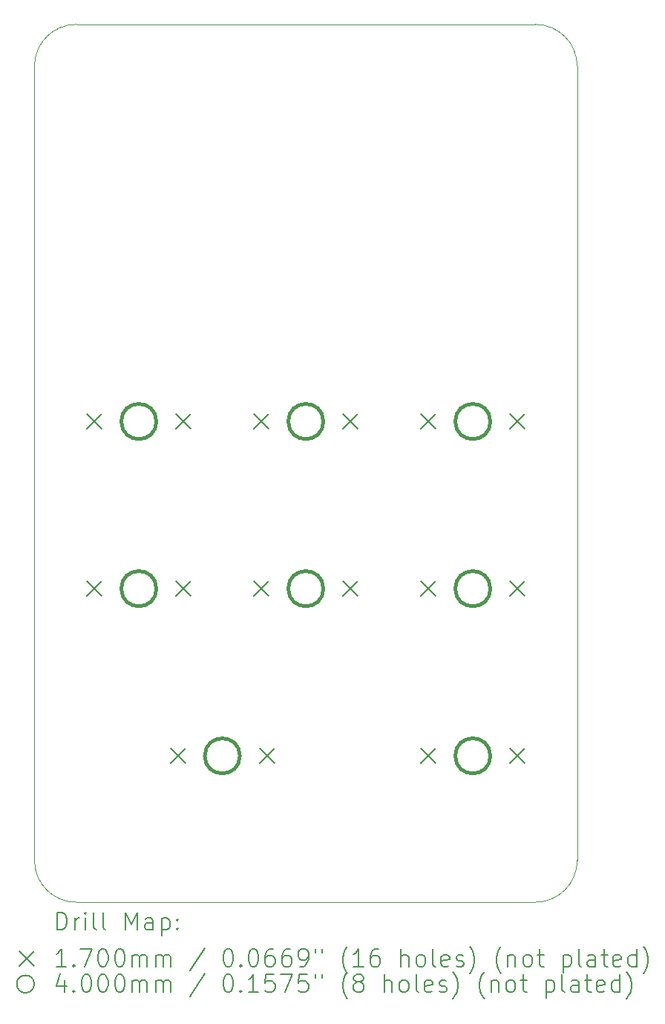
<source format=gbr>
%TF.GenerationSoftware,KiCad,Pcbnew,9.0.1*%
%TF.CreationDate,2025-06-23T17:34:09-04:00*%
%TF.ProjectId,engiboard,656e6769-626f-4617-9264-2e6b69636164,rev?*%
%TF.SameCoordinates,Original*%
%TF.FileFunction,Drillmap*%
%TF.FilePolarity,Positive*%
%FSLAX45Y45*%
G04 Gerber Fmt 4.5, Leading zero omitted, Abs format (unit mm)*
G04 Created by KiCad (PCBNEW 9.0.1) date 2025-06-23 17:34:09*
%MOMM*%
%LPD*%
G01*
G04 APERTURE LIST*
%ADD10C,0.050000*%
%ADD11C,0.200000*%
%ADD12C,0.170000*%
%ADD13C,0.400000*%
G04 APERTURE END LIST*
D10*
X20002500Y-13335000D02*
G75*
G02*
X19526250Y-13811250I-476250J0D01*
G01*
X19526250Y-3810000D02*
X14287500Y-3810000D01*
X20002500Y-13335000D02*
X20002500Y-4286250D01*
X19526250Y-3810000D02*
G75*
G02*
X20002500Y-4286250I0J-476250D01*
G01*
X13811250Y-13335000D02*
X13811250Y-4286250D01*
X14287500Y-13811250D02*
X19526250Y-13811255D01*
X14287500Y-13811250D02*
G75*
G02*
X13811250Y-13335000I0J476250D01*
G01*
X13811250Y-4286250D02*
G75*
G02*
X14287500Y-3810000I476250J0D01*
G01*
D11*
D12*
X14408875Y-8249375D02*
X14578875Y-8419375D01*
X14578875Y-8249375D02*
X14408875Y-8419375D01*
X14408875Y-10154375D02*
X14578875Y-10324375D01*
X14578875Y-10154375D02*
X14408875Y-10324375D01*
X15361375Y-12059375D02*
X15531375Y-12229375D01*
X15531375Y-12059375D02*
X15361375Y-12229375D01*
X15424875Y-8249375D02*
X15594875Y-8419375D01*
X15594875Y-8249375D02*
X15424875Y-8419375D01*
X15424875Y-10154375D02*
X15594875Y-10324375D01*
X15594875Y-10154375D02*
X15424875Y-10324375D01*
X16313875Y-8249375D02*
X16483875Y-8419375D01*
X16483875Y-8249375D02*
X16313875Y-8419375D01*
X16313875Y-10154375D02*
X16483875Y-10324375D01*
X16483875Y-10154375D02*
X16313875Y-10324375D01*
X16377375Y-12059375D02*
X16547375Y-12229375D01*
X16547375Y-12059375D02*
X16377375Y-12229375D01*
X17329875Y-8249375D02*
X17499875Y-8419375D01*
X17499875Y-8249375D02*
X17329875Y-8419375D01*
X17329875Y-10154375D02*
X17499875Y-10324375D01*
X17499875Y-10154375D02*
X17329875Y-10324375D01*
X18218875Y-8249375D02*
X18388875Y-8419375D01*
X18388875Y-8249375D02*
X18218875Y-8419375D01*
X18218875Y-10154375D02*
X18388875Y-10324375D01*
X18388875Y-10154375D02*
X18218875Y-10324375D01*
X18218875Y-12059375D02*
X18388875Y-12229375D01*
X18388875Y-12059375D02*
X18218875Y-12229375D01*
X19234875Y-8249375D02*
X19404875Y-8419375D01*
X19404875Y-8249375D02*
X19234875Y-8419375D01*
X19234875Y-10154375D02*
X19404875Y-10324375D01*
X19404875Y-10154375D02*
X19234875Y-10324375D01*
X19234875Y-12059375D02*
X19404875Y-12229375D01*
X19404875Y-12059375D02*
X19234875Y-12229375D01*
D13*
X15201875Y-8334375D02*
G75*
G02*
X14801875Y-8334375I-200000J0D01*
G01*
X14801875Y-8334375D02*
G75*
G02*
X15201875Y-8334375I200000J0D01*
G01*
X15201875Y-10239375D02*
G75*
G02*
X14801875Y-10239375I-200000J0D01*
G01*
X14801875Y-10239375D02*
G75*
G02*
X15201875Y-10239375I200000J0D01*
G01*
X16154375Y-12144375D02*
G75*
G02*
X15754375Y-12144375I-200000J0D01*
G01*
X15754375Y-12144375D02*
G75*
G02*
X16154375Y-12144375I200000J0D01*
G01*
X17106875Y-8334375D02*
G75*
G02*
X16706875Y-8334375I-200000J0D01*
G01*
X16706875Y-8334375D02*
G75*
G02*
X17106875Y-8334375I200000J0D01*
G01*
X17106875Y-10239375D02*
G75*
G02*
X16706875Y-10239375I-200000J0D01*
G01*
X16706875Y-10239375D02*
G75*
G02*
X17106875Y-10239375I200000J0D01*
G01*
X19011875Y-8334375D02*
G75*
G02*
X18611875Y-8334375I-200000J0D01*
G01*
X18611875Y-8334375D02*
G75*
G02*
X19011875Y-8334375I200000J0D01*
G01*
X19011875Y-10239375D02*
G75*
G02*
X18611875Y-10239375I-200000J0D01*
G01*
X18611875Y-10239375D02*
G75*
G02*
X19011875Y-10239375I200000J0D01*
G01*
X19011875Y-12144375D02*
G75*
G02*
X18611875Y-12144375I-200000J0D01*
G01*
X18611875Y-12144375D02*
G75*
G02*
X19011875Y-12144375I200000J0D01*
G01*
D11*
X14069527Y-14125239D02*
X14069527Y-13925239D01*
X14069527Y-13925239D02*
X14117146Y-13925239D01*
X14117146Y-13925239D02*
X14145717Y-13934763D01*
X14145717Y-13934763D02*
X14164765Y-13953810D01*
X14164765Y-13953810D02*
X14174289Y-13972858D01*
X14174289Y-13972858D02*
X14183812Y-14010953D01*
X14183812Y-14010953D02*
X14183812Y-14039524D01*
X14183812Y-14039524D02*
X14174289Y-14077620D01*
X14174289Y-14077620D02*
X14164765Y-14096667D01*
X14164765Y-14096667D02*
X14145717Y-14115715D01*
X14145717Y-14115715D02*
X14117146Y-14125239D01*
X14117146Y-14125239D02*
X14069527Y-14125239D01*
X14269527Y-14125239D02*
X14269527Y-13991905D01*
X14269527Y-14030001D02*
X14279051Y-14010953D01*
X14279051Y-14010953D02*
X14288574Y-14001429D01*
X14288574Y-14001429D02*
X14307622Y-13991905D01*
X14307622Y-13991905D02*
X14326670Y-13991905D01*
X14393336Y-14125239D02*
X14393336Y-13991905D01*
X14393336Y-13925239D02*
X14383812Y-13934763D01*
X14383812Y-13934763D02*
X14393336Y-13944286D01*
X14393336Y-13944286D02*
X14402860Y-13934763D01*
X14402860Y-13934763D02*
X14393336Y-13925239D01*
X14393336Y-13925239D02*
X14393336Y-13944286D01*
X14517146Y-14125239D02*
X14498098Y-14115715D01*
X14498098Y-14115715D02*
X14488574Y-14096667D01*
X14488574Y-14096667D02*
X14488574Y-13925239D01*
X14621908Y-14125239D02*
X14602860Y-14115715D01*
X14602860Y-14115715D02*
X14593336Y-14096667D01*
X14593336Y-14096667D02*
X14593336Y-13925239D01*
X14850479Y-14125239D02*
X14850479Y-13925239D01*
X14850479Y-13925239D02*
X14917146Y-14068096D01*
X14917146Y-14068096D02*
X14983812Y-13925239D01*
X14983812Y-13925239D02*
X14983812Y-14125239D01*
X15164765Y-14125239D02*
X15164765Y-14020477D01*
X15164765Y-14020477D02*
X15155241Y-14001429D01*
X15155241Y-14001429D02*
X15136193Y-13991905D01*
X15136193Y-13991905D02*
X15098098Y-13991905D01*
X15098098Y-13991905D02*
X15079051Y-14001429D01*
X15164765Y-14115715D02*
X15145717Y-14125239D01*
X15145717Y-14125239D02*
X15098098Y-14125239D01*
X15098098Y-14125239D02*
X15079051Y-14115715D01*
X15079051Y-14115715D02*
X15069527Y-14096667D01*
X15069527Y-14096667D02*
X15069527Y-14077620D01*
X15069527Y-14077620D02*
X15079051Y-14058572D01*
X15079051Y-14058572D02*
X15098098Y-14049048D01*
X15098098Y-14049048D02*
X15145717Y-14049048D01*
X15145717Y-14049048D02*
X15164765Y-14039524D01*
X15260003Y-13991905D02*
X15260003Y-14191905D01*
X15260003Y-14001429D02*
X15279051Y-13991905D01*
X15279051Y-13991905D02*
X15317146Y-13991905D01*
X15317146Y-13991905D02*
X15336193Y-14001429D01*
X15336193Y-14001429D02*
X15345717Y-14010953D01*
X15345717Y-14010953D02*
X15355241Y-14030001D01*
X15355241Y-14030001D02*
X15355241Y-14087143D01*
X15355241Y-14087143D02*
X15345717Y-14106191D01*
X15345717Y-14106191D02*
X15336193Y-14115715D01*
X15336193Y-14115715D02*
X15317146Y-14125239D01*
X15317146Y-14125239D02*
X15279051Y-14125239D01*
X15279051Y-14125239D02*
X15260003Y-14115715D01*
X15440955Y-14106191D02*
X15450479Y-14115715D01*
X15450479Y-14115715D02*
X15440955Y-14125239D01*
X15440955Y-14125239D02*
X15431432Y-14115715D01*
X15431432Y-14115715D02*
X15440955Y-14106191D01*
X15440955Y-14106191D02*
X15440955Y-14125239D01*
X15440955Y-14001429D02*
X15450479Y-14010953D01*
X15450479Y-14010953D02*
X15440955Y-14020477D01*
X15440955Y-14020477D02*
X15431432Y-14010953D01*
X15431432Y-14010953D02*
X15440955Y-14001429D01*
X15440955Y-14001429D02*
X15440955Y-14020477D01*
D12*
X13638750Y-14368755D02*
X13808750Y-14538755D01*
X13808750Y-14368755D02*
X13638750Y-14538755D01*
D11*
X14174289Y-14545239D02*
X14060003Y-14545239D01*
X14117146Y-14545239D02*
X14117146Y-14345239D01*
X14117146Y-14345239D02*
X14098098Y-14373810D01*
X14098098Y-14373810D02*
X14079051Y-14392858D01*
X14079051Y-14392858D02*
X14060003Y-14402382D01*
X14260003Y-14526191D02*
X14269527Y-14535715D01*
X14269527Y-14535715D02*
X14260003Y-14545239D01*
X14260003Y-14545239D02*
X14250479Y-14535715D01*
X14250479Y-14535715D02*
X14260003Y-14526191D01*
X14260003Y-14526191D02*
X14260003Y-14545239D01*
X14336193Y-14345239D02*
X14469527Y-14345239D01*
X14469527Y-14345239D02*
X14383812Y-14545239D01*
X14583812Y-14345239D02*
X14602860Y-14345239D01*
X14602860Y-14345239D02*
X14621908Y-14354763D01*
X14621908Y-14354763D02*
X14631432Y-14364286D01*
X14631432Y-14364286D02*
X14640955Y-14383334D01*
X14640955Y-14383334D02*
X14650479Y-14421429D01*
X14650479Y-14421429D02*
X14650479Y-14469048D01*
X14650479Y-14469048D02*
X14640955Y-14507143D01*
X14640955Y-14507143D02*
X14631432Y-14526191D01*
X14631432Y-14526191D02*
X14621908Y-14535715D01*
X14621908Y-14535715D02*
X14602860Y-14545239D01*
X14602860Y-14545239D02*
X14583812Y-14545239D01*
X14583812Y-14545239D02*
X14564765Y-14535715D01*
X14564765Y-14535715D02*
X14555241Y-14526191D01*
X14555241Y-14526191D02*
X14545717Y-14507143D01*
X14545717Y-14507143D02*
X14536193Y-14469048D01*
X14536193Y-14469048D02*
X14536193Y-14421429D01*
X14536193Y-14421429D02*
X14545717Y-14383334D01*
X14545717Y-14383334D02*
X14555241Y-14364286D01*
X14555241Y-14364286D02*
X14564765Y-14354763D01*
X14564765Y-14354763D02*
X14583812Y-14345239D01*
X14774289Y-14345239D02*
X14793336Y-14345239D01*
X14793336Y-14345239D02*
X14812384Y-14354763D01*
X14812384Y-14354763D02*
X14821908Y-14364286D01*
X14821908Y-14364286D02*
X14831432Y-14383334D01*
X14831432Y-14383334D02*
X14840955Y-14421429D01*
X14840955Y-14421429D02*
X14840955Y-14469048D01*
X14840955Y-14469048D02*
X14831432Y-14507143D01*
X14831432Y-14507143D02*
X14821908Y-14526191D01*
X14821908Y-14526191D02*
X14812384Y-14535715D01*
X14812384Y-14535715D02*
X14793336Y-14545239D01*
X14793336Y-14545239D02*
X14774289Y-14545239D01*
X14774289Y-14545239D02*
X14755241Y-14535715D01*
X14755241Y-14535715D02*
X14745717Y-14526191D01*
X14745717Y-14526191D02*
X14736193Y-14507143D01*
X14736193Y-14507143D02*
X14726670Y-14469048D01*
X14726670Y-14469048D02*
X14726670Y-14421429D01*
X14726670Y-14421429D02*
X14736193Y-14383334D01*
X14736193Y-14383334D02*
X14745717Y-14364286D01*
X14745717Y-14364286D02*
X14755241Y-14354763D01*
X14755241Y-14354763D02*
X14774289Y-14345239D01*
X14926670Y-14545239D02*
X14926670Y-14411905D01*
X14926670Y-14430953D02*
X14936193Y-14421429D01*
X14936193Y-14421429D02*
X14955241Y-14411905D01*
X14955241Y-14411905D02*
X14983813Y-14411905D01*
X14983813Y-14411905D02*
X15002860Y-14421429D01*
X15002860Y-14421429D02*
X15012384Y-14440477D01*
X15012384Y-14440477D02*
X15012384Y-14545239D01*
X15012384Y-14440477D02*
X15021908Y-14421429D01*
X15021908Y-14421429D02*
X15040955Y-14411905D01*
X15040955Y-14411905D02*
X15069527Y-14411905D01*
X15069527Y-14411905D02*
X15088574Y-14421429D01*
X15088574Y-14421429D02*
X15098098Y-14440477D01*
X15098098Y-14440477D02*
X15098098Y-14545239D01*
X15193336Y-14545239D02*
X15193336Y-14411905D01*
X15193336Y-14430953D02*
X15202860Y-14421429D01*
X15202860Y-14421429D02*
X15221908Y-14411905D01*
X15221908Y-14411905D02*
X15250479Y-14411905D01*
X15250479Y-14411905D02*
X15269527Y-14421429D01*
X15269527Y-14421429D02*
X15279051Y-14440477D01*
X15279051Y-14440477D02*
X15279051Y-14545239D01*
X15279051Y-14440477D02*
X15288574Y-14421429D01*
X15288574Y-14421429D02*
X15307622Y-14411905D01*
X15307622Y-14411905D02*
X15336193Y-14411905D01*
X15336193Y-14411905D02*
X15355241Y-14421429D01*
X15355241Y-14421429D02*
X15364765Y-14440477D01*
X15364765Y-14440477D02*
X15364765Y-14545239D01*
X15755241Y-14335715D02*
X15583813Y-14592858D01*
X16012384Y-14345239D02*
X16031432Y-14345239D01*
X16031432Y-14345239D02*
X16050479Y-14354763D01*
X16050479Y-14354763D02*
X16060003Y-14364286D01*
X16060003Y-14364286D02*
X16069527Y-14383334D01*
X16069527Y-14383334D02*
X16079051Y-14421429D01*
X16079051Y-14421429D02*
X16079051Y-14469048D01*
X16079051Y-14469048D02*
X16069527Y-14507143D01*
X16069527Y-14507143D02*
X16060003Y-14526191D01*
X16060003Y-14526191D02*
X16050479Y-14535715D01*
X16050479Y-14535715D02*
X16031432Y-14545239D01*
X16031432Y-14545239D02*
X16012384Y-14545239D01*
X16012384Y-14545239D02*
X15993336Y-14535715D01*
X15993336Y-14535715D02*
X15983813Y-14526191D01*
X15983813Y-14526191D02*
X15974289Y-14507143D01*
X15974289Y-14507143D02*
X15964765Y-14469048D01*
X15964765Y-14469048D02*
X15964765Y-14421429D01*
X15964765Y-14421429D02*
X15974289Y-14383334D01*
X15974289Y-14383334D02*
X15983813Y-14364286D01*
X15983813Y-14364286D02*
X15993336Y-14354763D01*
X15993336Y-14354763D02*
X16012384Y-14345239D01*
X16164765Y-14526191D02*
X16174289Y-14535715D01*
X16174289Y-14535715D02*
X16164765Y-14545239D01*
X16164765Y-14545239D02*
X16155241Y-14535715D01*
X16155241Y-14535715D02*
X16164765Y-14526191D01*
X16164765Y-14526191D02*
X16164765Y-14545239D01*
X16298098Y-14345239D02*
X16317146Y-14345239D01*
X16317146Y-14345239D02*
X16336194Y-14354763D01*
X16336194Y-14354763D02*
X16345717Y-14364286D01*
X16345717Y-14364286D02*
X16355241Y-14383334D01*
X16355241Y-14383334D02*
X16364765Y-14421429D01*
X16364765Y-14421429D02*
X16364765Y-14469048D01*
X16364765Y-14469048D02*
X16355241Y-14507143D01*
X16355241Y-14507143D02*
X16345717Y-14526191D01*
X16345717Y-14526191D02*
X16336194Y-14535715D01*
X16336194Y-14535715D02*
X16317146Y-14545239D01*
X16317146Y-14545239D02*
X16298098Y-14545239D01*
X16298098Y-14545239D02*
X16279051Y-14535715D01*
X16279051Y-14535715D02*
X16269527Y-14526191D01*
X16269527Y-14526191D02*
X16260003Y-14507143D01*
X16260003Y-14507143D02*
X16250479Y-14469048D01*
X16250479Y-14469048D02*
X16250479Y-14421429D01*
X16250479Y-14421429D02*
X16260003Y-14383334D01*
X16260003Y-14383334D02*
X16269527Y-14364286D01*
X16269527Y-14364286D02*
X16279051Y-14354763D01*
X16279051Y-14354763D02*
X16298098Y-14345239D01*
X16536194Y-14345239D02*
X16498098Y-14345239D01*
X16498098Y-14345239D02*
X16479051Y-14354763D01*
X16479051Y-14354763D02*
X16469527Y-14364286D01*
X16469527Y-14364286D02*
X16450479Y-14392858D01*
X16450479Y-14392858D02*
X16440956Y-14430953D01*
X16440956Y-14430953D02*
X16440956Y-14507143D01*
X16440956Y-14507143D02*
X16450479Y-14526191D01*
X16450479Y-14526191D02*
X16460003Y-14535715D01*
X16460003Y-14535715D02*
X16479051Y-14545239D01*
X16479051Y-14545239D02*
X16517146Y-14545239D01*
X16517146Y-14545239D02*
X16536194Y-14535715D01*
X16536194Y-14535715D02*
X16545717Y-14526191D01*
X16545717Y-14526191D02*
X16555241Y-14507143D01*
X16555241Y-14507143D02*
X16555241Y-14459524D01*
X16555241Y-14459524D02*
X16545717Y-14440477D01*
X16545717Y-14440477D02*
X16536194Y-14430953D01*
X16536194Y-14430953D02*
X16517146Y-14421429D01*
X16517146Y-14421429D02*
X16479051Y-14421429D01*
X16479051Y-14421429D02*
X16460003Y-14430953D01*
X16460003Y-14430953D02*
X16450479Y-14440477D01*
X16450479Y-14440477D02*
X16440956Y-14459524D01*
X16726670Y-14345239D02*
X16688575Y-14345239D01*
X16688575Y-14345239D02*
X16669527Y-14354763D01*
X16669527Y-14354763D02*
X16660003Y-14364286D01*
X16660003Y-14364286D02*
X16640956Y-14392858D01*
X16640956Y-14392858D02*
X16631432Y-14430953D01*
X16631432Y-14430953D02*
X16631432Y-14507143D01*
X16631432Y-14507143D02*
X16640956Y-14526191D01*
X16640956Y-14526191D02*
X16650479Y-14535715D01*
X16650479Y-14535715D02*
X16669527Y-14545239D01*
X16669527Y-14545239D02*
X16707622Y-14545239D01*
X16707622Y-14545239D02*
X16726670Y-14535715D01*
X16726670Y-14535715D02*
X16736194Y-14526191D01*
X16736194Y-14526191D02*
X16745717Y-14507143D01*
X16745717Y-14507143D02*
X16745717Y-14459524D01*
X16745717Y-14459524D02*
X16736194Y-14440477D01*
X16736194Y-14440477D02*
X16726670Y-14430953D01*
X16726670Y-14430953D02*
X16707622Y-14421429D01*
X16707622Y-14421429D02*
X16669527Y-14421429D01*
X16669527Y-14421429D02*
X16650479Y-14430953D01*
X16650479Y-14430953D02*
X16640956Y-14440477D01*
X16640956Y-14440477D02*
X16631432Y-14459524D01*
X16840956Y-14545239D02*
X16879051Y-14545239D01*
X16879051Y-14545239D02*
X16898099Y-14535715D01*
X16898099Y-14535715D02*
X16907622Y-14526191D01*
X16907622Y-14526191D02*
X16926670Y-14497620D01*
X16926670Y-14497620D02*
X16936194Y-14459524D01*
X16936194Y-14459524D02*
X16936194Y-14383334D01*
X16936194Y-14383334D02*
X16926670Y-14364286D01*
X16926670Y-14364286D02*
X16917146Y-14354763D01*
X16917146Y-14354763D02*
X16898099Y-14345239D01*
X16898099Y-14345239D02*
X16860003Y-14345239D01*
X16860003Y-14345239D02*
X16840956Y-14354763D01*
X16840956Y-14354763D02*
X16831432Y-14364286D01*
X16831432Y-14364286D02*
X16821908Y-14383334D01*
X16821908Y-14383334D02*
X16821908Y-14430953D01*
X16821908Y-14430953D02*
X16831432Y-14450001D01*
X16831432Y-14450001D02*
X16840956Y-14459524D01*
X16840956Y-14459524D02*
X16860003Y-14469048D01*
X16860003Y-14469048D02*
X16898099Y-14469048D01*
X16898099Y-14469048D02*
X16917146Y-14459524D01*
X16917146Y-14459524D02*
X16926670Y-14450001D01*
X16926670Y-14450001D02*
X16936194Y-14430953D01*
X17012384Y-14345239D02*
X17012384Y-14383334D01*
X17088575Y-14345239D02*
X17088575Y-14383334D01*
X17383813Y-14621429D02*
X17374289Y-14611905D01*
X17374289Y-14611905D02*
X17355241Y-14583334D01*
X17355241Y-14583334D02*
X17345718Y-14564286D01*
X17345718Y-14564286D02*
X17336194Y-14535715D01*
X17336194Y-14535715D02*
X17326670Y-14488096D01*
X17326670Y-14488096D02*
X17326670Y-14450001D01*
X17326670Y-14450001D02*
X17336194Y-14402382D01*
X17336194Y-14402382D02*
X17345718Y-14373810D01*
X17345718Y-14373810D02*
X17355241Y-14354763D01*
X17355241Y-14354763D02*
X17374289Y-14326191D01*
X17374289Y-14326191D02*
X17383813Y-14316667D01*
X17564765Y-14545239D02*
X17450480Y-14545239D01*
X17507622Y-14545239D02*
X17507622Y-14345239D01*
X17507622Y-14345239D02*
X17488575Y-14373810D01*
X17488575Y-14373810D02*
X17469527Y-14392858D01*
X17469527Y-14392858D02*
X17450480Y-14402382D01*
X17736194Y-14345239D02*
X17698099Y-14345239D01*
X17698099Y-14345239D02*
X17679051Y-14354763D01*
X17679051Y-14354763D02*
X17669527Y-14364286D01*
X17669527Y-14364286D02*
X17650480Y-14392858D01*
X17650480Y-14392858D02*
X17640956Y-14430953D01*
X17640956Y-14430953D02*
X17640956Y-14507143D01*
X17640956Y-14507143D02*
X17650480Y-14526191D01*
X17650480Y-14526191D02*
X17660003Y-14535715D01*
X17660003Y-14535715D02*
X17679051Y-14545239D01*
X17679051Y-14545239D02*
X17717146Y-14545239D01*
X17717146Y-14545239D02*
X17736194Y-14535715D01*
X17736194Y-14535715D02*
X17745718Y-14526191D01*
X17745718Y-14526191D02*
X17755241Y-14507143D01*
X17755241Y-14507143D02*
X17755241Y-14459524D01*
X17755241Y-14459524D02*
X17745718Y-14440477D01*
X17745718Y-14440477D02*
X17736194Y-14430953D01*
X17736194Y-14430953D02*
X17717146Y-14421429D01*
X17717146Y-14421429D02*
X17679051Y-14421429D01*
X17679051Y-14421429D02*
X17660003Y-14430953D01*
X17660003Y-14430953D02*
X17650480Y-14440477D01*
X17650480Y-14440477D02*
X17640956Y-14459524D01*
X17993337Y-14545239D02*
X17993337Y-14345239D01*
X18079051Y-14545239D02*
X18079051Y-14440477D01*
X18079051Y-14440477D02*
X18069527Y-14421429D01*
X18069527Y-14421429D02*
X18050480Y-14411905D01*
X18050480Y-14411905D02*
X18021908Y-14411905D01*
X18021908Y-14411905D02*
X18002861Y-14421429D01*
X18002861Y-14421429D02*
X17993337Y-14430953D01*
X18202861Y-14545239D02*
X18183813Y-14535715D01*
X18183813Y-14535715D02*
X18174289Y-14526191D01*
X18174289Y-14526191D02*
X18164765Y-14507143D01*
X18164765Y-14507143D02*
X18164765Y-14450001D01*
X18164765Y-14450001D02*
X18174289Y-14430953D01*
X18174289Y-14430953D02*
X18183813Y-14421429D01*
X18183813Y-14421429D02*
X18202861Y-14411905D01*
X18202861Y-14411905D02*
X18231432Y-14411905D01*
X18231432Y-14411905D02*
X18250480Y-14421429D01*
X18250480Y-14421429D02*
X18260003Y-14430953D01*
X18260003Y-14430953D02*
X18269527Y-14450001D01*
X18269527Y-14450001D02*
X18269527Y-14507143D01*
X18269527Y-14507143D02*
X18260003Y-14526191D01*
X18260003Y-14526191D02*
X18250480Y-14535715D01*
X18250480Y-14535715D02*
X18231432Y-14545239D01*
X18231432Y-14545239D02*
X18202861Y-14545239D01*
X18383813Y-14545239D02*
X18364765Y-14535715D01*
X18364765Y-14535715D02*
X18355242Y-14516667D01*
X18355242Y-14516667D02*
X18355242Y-14345239D01*
X18536194Y-14535715D02*
X18517146Y-14545239D01*
X18517146Y-14545239D02*
X18479051Y-14545239D01*
X18479051Y-14545239D02*
X18460003Y-14535715D01*
X18460003Y-14535715D02*
X18450480Y-14516667D01*
X18450480Y-14516667D02*
X18450480Y-14440477D01*
X18450480Y-14440477D02*
X18460003Y-14421429D01*
X18460003Y-14421429D02*
X18479051Y-14411905D01*
X18479051Y-14411905D02*
X18517146Y-14411905D01*
X18517146Y-14411905D02*
X18536194Y-14421429D01*
X18536194Y-14421429D02*
X18545718Y-14440477D01*
X18545718Y-14440477D02*
X18545718Y-14459524D01*
X18545718Y-14459524D02*
X18450480Y-14478572D01*
X18621908Y-14535715D02*
X18640956Y-14545239D01*
X18640956Y-14545239D02*
X18679051Y-14545239D01*
X18679051Y-14545239D02*
X18698099Y-14535715D01*
X18698099Y-14535715D02*
X18707623Y-14516667D01*
X18707623Y-14516667D02*
X18707623Y-14507143D01*
X18707623Y-14507143D02*
X18698099Y-14488096D01*
X18698099Y-14488096D02*
X18679051Y-14478572D01*
X18679051Y-14478572D02*
X18650480Y-14478572D01*
X18650480Y-14478572D02*
X18631432Y-14469048D01*
X18631432Y-14469048D02*
X18621908Y-14450001D01*
X18621908Y-14450001D02*
X18621908Y-14440477D01*
X18621908Y-14440477D02*
X18631432Y-14421429D01*
X18631432Y-14421429D02*
X18650480Y-14411905D01*
X18650480Y-14411905D02*
X18679051Y-14411905D01*
X18679051Y-14411905D02*
X18698099Y-14421429D01*
X18774289Y-14621429D02*
X18783813Y-14611905D01*
X18783813Y-14611905D02*
X18802861Y-14583334D01*
X18802861Y-14583334D02*
X18812384Y-14564286D01*
X18812384Y-14564286D02*
X18821908Y-14535715D01*
X18821908Y-14535715D02*
X18831432Y-14488096D01*
X18831432Y-14488096D02*
X18831432Y-14450001D01*
X18831432Y-14450001D02*
X18821908Y-14402382D01*
X18821908Y-14402382D02*
X18812384Y-14373810D01*
X18812384Y-14373810D02*
X18802861Y-14354763D01*
X18802861Y-14354763D02*
X18783813Y-14326191D01*
X18783813Y-14326191D02*
X18774289Y-14316667D01*
X19136194Y-14621429D02*
X19126670Y-14611905D01*
X19126670Y-14611905D02*
X19107623Y-14583334D01*
X19107623Y-14583334D02*
X19098099Y-14564286D01*
X19098099Y-14564286D02*
X19088575Y-14535715D01*
X19088575Y-14535715D02*
X19079051Y-14488096D01*
X19079051Y-14488096D02*
X19079051Y-14450001D01*
X19079051Y-14450001D02*
X19088575Y-14402382D01*
X19088575Y-14402382D02*
X19098099Y-14373810D01*
X19098099Y-14373810D02*
X19107623Y-14354763D01*
X19107623Y-14354763D02*
X19126670Y-14326191D01*
X19126670Y-14326191D02*
X19136194Y-14316667D01*
X19212384Y-14411905D02*
X19212384Y-14545239D01*
X19212384Y-14430953D02*
X19221908Y-14421429D01*
X19221908Y-14421429D02*
X19240956Y-14411905D01*
X19240956Y-14411905D02*
X19269527Y-14411905D01*
X19269527Y-14411905D02*
X19288575Y-14421429D01*
X19288575Y-14421429D02*
X19298099Y-14440477D01*
X19298099Y-14440477D02*
X19298099Y-14545239D01*
X19421908Y-14545239D02*
X19402861Y-14535715D01*
X19402861Y-14535715D02*
X19393337Y-14526191D01*
X19393337Y-14526191D02*
X19383813Y-14507143D01*
X19383813Y-14507143D02*
X19383813Y-14450001D01*
X19383813Y-14450001D02*
X19393337Y-14430953D01*
X19393337Y-14430953D02*
X19402861Y-14421429D01*
X19402861Y-14421429D02*
X19421908Y-14411905D01*
X19421908Y-14411905D02*
X19450480Y-14411905D01*
X19450480Y-14411905D02*
X19469527Y-14421429D01*
X19469527Y-14421429D02*
X19479051Y-14430953D01*
X19479051Y-14430953D02*
X19488575Y-14450001D01*
X19488575Y-14450001D02*
X19488575Y-14507143D01*
X19488575Y-14507143D02*
X19479051Y-14526191D01*
X19479051Y-14526191D02*
X19469527Y-14535715D01*
X19469527Y-14535715D02*
X19450480Y-14545239D01*
X19450480Y-14545239D02*
X19421908Y-14545239D01*
X19545718Y-14411905D02*
X19621908Y-14411905D01*
X19574289Y-14345239D02*
X19574289Y-14516667D01*
X19574289Y-14516667D02*
X19583813Y-14535715D01*
X19583813Y-14535715D02*
X19602861Y-14545239D01*
X19602861Y-14545239D02*
X19621908Y-14545239D01*
X19840956Y-14411905D02*
X19840956Y-14611905D01*
X19840956Y-14421429D02*
X19860004Y-14411905D01*
X19860004Y-14411905D02*
X19898099Y-14411905D01*
X19898099Y-14411905D02*
X19917146Y-14421429D01*
X19917146Y-14421429D02*
X19926670Y-14430953D01*
X19926670Y-14430953D02*
X19936194Y-14450001D01*
X19936194Y-14450001D02*
X19936194Y-14507143D01*
X19936194Y-14507143D02*
X19926670Y-14526191D01*
X19926670Y-14526191D02*
X19917146Y-14535715D01*
X19917146Y-14535715D02*
X19898099Y-14545239D01*
X19898099Y-14545239D02*
X19860004Y-14545239D01*
X19860004Y-14545239D02*
X19840956Y-14535715D01*
X20050480Y-14545239D02*
X20031432Y-14535715D01*
X20031432Y-14535715D02*
X20021908Y-14516667D01*
X20021908Y-14516667D02*
X20021908Y-14345239D01*
X20212385Y-14545239D02*
X20212385Y-14440477D01*
X20212385Y-14440477D02*
X20202861Y-14421429D01*
X20202861Y-14421429D02*
X20183813Y-14411905D01*
X20183813Y-14411905D02*
X20145718Y-14411905D01*
X20145718Y-14411905D02*
X20126670Y-14421429D01*
X20212385Y-14535715D02*
X20193337Y-14545239D01*
X20193337Y-14545239D02*
X20145718Y-14545239D01*
X20145718Y-14545239D02*
X20126670Y-14535715D01*
X20126670Y-14535715D02*
X20117146Y-14516667D01*
X20117146Y-14516667D02*
X20117146Y-14497620D01*
X20117146Y-14497620D02*
X20126670Y-14478572D01*
X20126670Y-14478572D02*
X20145718Y-14469048D01*
X20145718Y-14469048D02*
X20193337Y-14469048D01*
X20193337Y-14469048D02*
X20212385Y-14459524D01*
X20279051Y-14411905D02*
X20355242Y-14411905D01*
X20307623Y-14345239D02*
X20307623Y-14516667D01*
X20307623Y-14516667D02*
X20317146Y-14535715D01*
X20317146Y-14535715D02*
X20336194Y-14545239D01*
X20336194Y-14545239D02*
X20355242Y-14545239D01*
X20498099Y-14535715D02*
X20479051Y-14545239D01*
X20479051Y-14545239D02*
X20440956Y-14545239D01*
X20440956Y-14545239D02*
X20421908Y-14535715D01*
X20421908Y-14535715D02*
X20412385Y-14516667D01*
X20412385Y-14516667D02*
X20412385Y-14440477D01*
X20412385Y-14440477D02*
X20421908Y-14421429D01*
X20421908Y-14421429D02*
X20440956Y-14411905D01*
X20440956Y-14411905D02*
X20479051Y-14411905D01*
X20479051Y-14411905D02*
X20498099Y-14421429D01*
X20498099Y-14421429D02*
X20507623Y-14440477D01*
X20507623Y-14440477D02*
X20507623Y-14459524D01*
X20507623Y-14459524D02*
X20412385Y-14478572D01*
X20679051Y-14545239D02*
X20679051Y-14345239D01*
X20679051Y-14535715D02*
X20660004Y-14545239D01*
X20660004Y-14545239D02*
X20621908Y-14545239D01*
X20621908Y-14545239D02*
X20602861Y-14535715D01*
X20602861Y-14535715D02*
X20593337Y-14526191D01*
X20593337Y-14526191D02*
X20583813Y-14507143D01*
X20583813Y-14507143D02*
X20583813Y-14450001D01*
X20583813Y-14450001D02*
X20593337Y-14430953D01*
X20593337Y-14430953D02*
X20602861Y-14421429D01*
X20602861Y-14421429D02*
X20621908Y-14411905D01*
X20621908Y-14411905D02*
X20660004Y-14411905D01*
X20660004Y-14411905D02*
X20679051Y-14421429D01*
X20755242Y-14621429D02*
X20764766Y-14611905D01*
X20764766Y-14611905D02*
X20783813Y-14583334D01*
X20783813Y-14583334D02*
X20793337Y-14564286D01*
X20793337Y-14564286D02*
X20802861Y-14535715D01*
X20802861Y-14535715D02*
X20812385Y-14488096D01*
X20812385Y-14488096D02*
X20812385Y-14450001D01*
X20812385Y-14450001D02*
X20802861Y-14402382D01*
X20802861Y-14402382D02*
X20793337Y-14373810D01*
X20793337Y-14373810D02*
X20783813Y-14354763D01*
X20783813Y-14354763D02*
X20764766Y-14326191D01*
X20764766Y-14326191D02*
X20755242Y-14316667D01*
X13808750Y-14743755D02*
G75*
G02*
X13608750Y-14743755I-100000J0D01*
G01*
X13608750Y-14743755D02*
G75*
G02*
X13808750Y-14743755I100000J0D01*
G01*
X14155241Y-14701905D02*
X14155241Y-14835239D01*
X14107622Y-14625715D02*
X14060003Y-14768572D01*
X14060003Y-14768572D02*
X14183812Y-14768572D01*
X14260003Y-14816191D02*
X14269527Y-14825715D01*
X14269527Y-14825715D02*
X14260003Y-14835239D01*
X14260003Y-14835239D02*
X14250479Y-14825715D01*
X14250479Y-14825715D02*
X14260003Y-14816191D01*
X14260003Y-14816191D02*
X14260003Y-14835239D01*
X14393336Y-14635239D02*
X14412384Y-14635239D01*
X14412384Y-14635239D02*
X14431432Y-14644763D01*
X14431432Y-14644763D02*
X14440955Y-14654286D01*
X14440955Y-14654286D02*
X14450479Y-14673334D01*
X14450479Y-14673334D02*
X14460003Y-14711429D01*
X14460003Y-14711429D02*
X14460003Y-14759048D01*
X14460003Y-14759048D02*
X14450479Y-14797143D01*
X14450479Y-14797143D02*
X14440955Y-14816191D01*
X14440955Y-14816191D02*
X14431432Y-14825715D01*
X14431432Y-14825715D02*
X14412384Y-14835239D01*
X14412384Y-14835239D02*
X14393336Y-14835239D01*
X14393336Y-14835239D02*
X14374289Y-14825715D01*
X14374289Y-14825715D02*
X14364765Y-14816191D01*
X14364765Y-14816191D02*
X14355241Y-14797143D01*
X14355241Y-14797143D02*
X14345717Y-14759048D01*
X14345717Y-14759048D02*
X14345717Y-14711429D01*
X14345717Y-14711429D02*
X14355241Y-14673334D01*
X14355241Y-14673334D02*
X14364765Y-14654286D01*
X14364765Y-14654286D02*
X14374289Y-14644763D01*
X14374289Y-14644763D02*
X14393336Y-14635239D01*
X14583812Y-14635239D02*
X14602860Y-14635239D01*
X14602860Y-14635239D02*
X14621908Y-14644763D01*
X14621908Y-14644763D02*
X14631432Y-14654286D01*
X14631432Y-14654286D02*
X14640955Y-14673334D01*
X14640955Y-14673334D02*
X14650479Y-14711429D01*
X14650479Y-14711429D02*
X14650479Y-14759048D01*
X14650479Y-14759048D02*
X14640955Y-14797143D01*
X14640955Y-14797143D02*
X14631432Y-14816191D01*
X14631432Y-14816191D02*
X14621908Y-14825715D01*
X14621908Y-14825715D02*
X14602860Y-14835239D01*
X14602860Y-14835239D02*
X14583812Y-14835239D01*
X14583812Y-14835239D02*
X14564765Y-14825715D01*
X14564765Y-14825715D02*
X14555241Y-14816191D01*
X14555241Y-14816191D02*
X14545717Y-14797143D01*
X14545717Y-14797143D02*
X14536193Y-14759048D01*
X14536193Y-14759048D02*
X14536193Y-14711429D01*
X14536193Y-14711429D02*
X14545717Y-14673334D01*
X14545717Y-14673334D02*
X14555241Y-14654286D01*
X14555241Y-14654286D02*
X14564765Y-14644763D01*
X14564765Y-14644763D02*
X14583812Y-14635239D01*
X14774289Y-14635239D02*
X14793336Y-14635239D01*
X14793336Y-14635239D02*
X14812384Y-14644763D01*
X14812384Y-14644763D02*
X14821908Y-14654286D01*
X14821908Y-14654286D02*
X14831432Y-14673334D01*
X14831432Y-14673334D02*
X14840955Y-14711429D01*
X14840955Y-14711429D02*
X14840955Y-14759048D01*
X14840955Y-14759048D02*
X14831432Y-14797143D01*
X14831432Y-14797143D02*
X14821908Y-14816191D01*
X14821908Y-14816191D02*
X14812384Y-14825715D01*
X14812384Y-14825715D02*
X14793336Y-14835239D01*
X14793336Y-14835239D02*
X14774289Y-14835239D01*
X14774289Y-14835239D02*
X14755241Y-14825715D01*
X14755241Y-14825715D02*
X14745717Y-14816191D01*
X14745717Y-14816191D02*
X14736193Y-14797143D01*
X14736193Y-14797143D02*
X14726670Y-14759048D01*
X14726670Y-14759048D02*
X14726670Y-14711429D01*
X14726670Y-14711429D02*
X14736193Y-14673334D01*
X14736193Y-14673334D02*
X14745717Y-14654286D01*
X14745717Y-14654286D02*
X14755241Y-14644763D01*
X14755241Y-14644763D02*
X14774289Y-14635239D01*
X14926670Y-14835239D02*
X14926670Y-14701905D01*
X14926670Y-14720953D02*
X14936193Y-14711429D01*
X14936193Y-14711429D02*
X14955241Y-14701905D01*
X14955241Y-14701905D02*
X14983813Y-14701905D01*
X14983813Y-14701905D02*
X15002860Y-14711429D01*
X15002860Y-14711429D02*
X15012384Y-14730477D01*
X15012384Y-14730477D02*
X15012384Y-14835239D01*
X15012384Y-14730477D02*
X15021908Y-14711429D01*
X15021908Y-14711429D02*
X15040955Y-14701905D01*
X15040955Y-14701905D02*
X15069527Y-14701905D01*
X15069527Y-14701905D02*
X15088574Y-14711429D01*
X15088574Y-14711429D02*
X15098098Y-14730477D01*
X15098098Y-14730477D02*
X15098098Y-14835239D01*
X15193336Y-14835239D02*
X15193336Y-14701905D01*
X15193336Y-14720953D02*
X15202860Y-14711429D01*
X15202860Y-14711429D02*
X15221908Y-14701905D01*
X15221908Y-14701905D02*
X15250479Y-14701905D01*
X15250479Y-14701905D02*
X15269527Y-14711429D01*
X15269527Y-14711429D02*
X15279051Y-14730477D01*
X15279051Y-14730477D02*
X15279051Y-14835239D01*
X15279051Y-14730477D02*
X15288574Y-14711429D01*
X15288574Y-14711429D02*
X15307622Y-14701905D01*
X15307622Y-14701905D02*
X15336193Y-14701905D01*
X15336193Y-14701905D02*
X15355241Y-14711429D01*
X15355241Y-14711429D02*
X15364765Y-14730477D01*
X15364765Y-14730477D02*
X15364765Y-14835239D01*
X15755241Y-14625715D02*
X15583813Y-14882858D01*
X16012384Y-14635239D02*
X16031432Y-14635239D01*
X16031432Y-14635239D02*
X16050479Y-14644763D01*
X16050479Y-14644763D02*
X16060003Y-14654286D01*
X16060003Y-14654286D02*
X16069527Y-14673334D01*
X16069527Y-14673334D02*
X16079051Y-14711429D01*
X16079051Y-14711429D02*
X16079051Y-14759048D01*
X16079051Y-14759048D02*
X16069527Y-14797143D01*
X16069527Y-14797143D02*
X16060003Y-14816191D01*
X16060003Y-14816191D02*
X16050479Y-14825715D01*
X16050479Y-14825715D02*
X16031432Y-14835239D01*
X16031432Y-14835239D02*
X16012384Y-14835239D01*
X16012384Y-14835239D02*
X15993336Y-14825715D01*
X15993336Y-14825715D02*
X15983813Y-14816191D01*
X15983813Y-14816191D02*
X15974289Y-14797143D01*
X15974289Y-14797143D02*
X15964765Y-14759048D01*
X15964765Y-14759048D02*
X15964765Y-14711429D01*
X15964765Y-14711429D02*
X15974289Y-14673334D01*
X15974289Y-14673334D02*
X15983813Y-14654286D01*
X15983813Y-14654286D02*
X15993336Y-14644763D01*
X15993336Y-14644763D02*
X16012384Y-14635239D01*
X16164765Y-14816191D02*
X16174289Y-14825715D01*
X16174289Y-14825715D02*
X16164765Y-14835239D01*
X16164765Y-14835239D02*
X16155241Y-14825715D01*
X16155241Y-14825715D02*
X16164765Y-14816191D01*
X16164765Y-14816191D02*
X16164765Y-14835239D01*
X16364765Y-14835239D02*
X16250479Y-14835239D01*
X16307622Y-14835239D02*
X16307622Y-14635239D01*
X16307622Y-14635239D02*
X16288575Y-14663810D01*
X16288575Y-14663810D02*
X16269527Y-14682858D01*
X16269527Y-14682858D02*
X16250479Y-14692382D01*
X16545717Y-14635239D02*
X16450479Y-14635239D01*
X16450479Y-14635239D02*
X16440956Y-14730477D01*
X16440956Y-14730477D02*
X16450479Y-14720953D01*
X16450479Y-14720953D02*
X16469527Y-14711429D01*
X16469527Y-14711429D02*
X16517146Y-14711429D01*
X16517146Y-14711429D02*
X16536194Y-14720953D01*
X16536194Y-14720953D02*
X16545717Y-14730477D01*
X16545717Y-14730477D02*
X16555241Y-14749524D01*
X16555241Y-14749524D02*
X16555241Y-14797143D01*
X16555241Y-14797143D02*
X16545717Y-14816191D01*
X16545717Y-14816191D02*
X16536194Y-14825715D01*
X16536194Y-14825715D02*
X16517146Y-14835239D01*
X16517146Y-14835239D02*
X16469527Y-14835239D01*
X16469527Y-14835239D02*
X16450479Y-14825715D01*
X16450479Y-14825715D02*
X16440956Y-14816191D01*
X16621908Y-14635239D02*
X16755241Y-14635239D01*
X16755241Y-14635239D02*
X16669527Y-14835239D01*
X16926670Y-14635239D02*
X16831432Y-14635239D01*
X16831432Y-14635239D02*
X16821908Y-14730477D01*
X16821908Y-14730477D02*
X16831432Y-14720953D01*
X16831432Y-14720953D02*
X16850479Y-14711429D01*
X16850479Y-14711429D02*
X16898099Y-14711429D01*
X16898099Y-14711429D02*
X16917146Y-14720953D01*
X16917146Y-14720953D02*
X16926670Y-14730477D01*
X16926670Y-14730477D02*
X16936194Y-14749524D01*
X16936194Y-14749524D02*
X16936194Y-14797143D01*
X16936194Y-14797143D02*
X16926670Y-14816191D01*
X16926670Y-14816191D02*
X16917146Y-14825715D01*
X16917146Y-14825715D02*
X16898099Y-14835239D01*
X16898099Y-14835239D02*
X16850479Y-14835239D01*
X16850479Y-14835239D02*
X16831432Y-14825715D01*
X16831432Y-14825715D02*
X16821908Y-14816191D01*
X17012384Y-14635239D02*
X17012384Y-14673334D01*
X17088575Y-14635239D02*
X17088575Y-14673334D01*
X17383813Y-14911429D02*
X17374289Y-14901905D01*
X17374289Y-14901905D02*
X17355241Y-14873334D01*
X17355241Y-14873334D02*
X17345718Y-14854286D01*
X17345718Y-14854286D02*
X17336194Y-14825715D01*
X17336194Y-14825715D02*
X17326670Y-14778096D01*
X17326670Y-14778096D02*
X17326670Y-14740001D01*
X17326670Y-14740001D02*
X17336194Y-14692382D01*
X17336194Y-14692382D02*
X17345718Y-14663810D01*
X17345718Y-14663810D02*
X17355241Y-14644763D01*
X17355241Y-14644763D02*
X17374289Y-14616191D01*
X17374289Y-14616191D02*
X17383813Y-14606667D01*
X17488575Y-14720953D02*
X17469527Y-14711429D01*
X17469527Y-14711429D02*
X17460003Y-14701905D01*
X17460003Y-14701905D02*
X17450480Y-14682858D01*
X17450480Y-14682858D02*
X17450480Y-14673334D01*
X17450480Y-14673334D02*
X17460003Y-14654286D01*
X17460003Y-14654286D02*
X17469527Y-14644763D01*
X17469527Y-14644763D02*
X17488575Y-14635239D01*
X17488575Y-14635239D02*
X17526670Y-14635239D01*
X17526670Y-14635239D02*
X17545718Y-14644763D01*
X17545718Y-14644763D02*
X17555241Y-14654286D01*
X17555241Y-14654286D02*
X17564765Y-14673334D01*
X17564765Y-14673334D02*
X17564765Y-14682858D01*
X17564765Y-14682858D02*
X17555241Y-14701905D01*
X17555241Y-14701905D02*
X17545718Y-14711429D01*
X17545718Y-14711429D02*
X17526670Y-14720953D01*
X17526670Y-14720953D02*
X17488575Y-14720953D01*
X17488575Y-14720953D02*
X17469527Y-14730477D01*
X17469527Y-14730477D02*
X17460003Y-14740001D01*
X17460003Y-14740001D02*
X17450480Y-14759048D01*
X17450480Y-14759048D02*
X17450480Y-14797143D01*
X17450480Y-14797143D02*
X17460003Y-14816191D01*
X17460003Y-14816191D02*
X17469527Y-14825715D01*
X17469527Y-14825715D02*
X17488575Y-14835239D01*
X17488575Y-14835239D02*
X17526670Y-14835239D01*
X17526670Y-14835239D02*
X17545718Y-14825715D01*
X17545718Y-14825715D02*
X17555241Y-14816191D01*
X17555241Y-14816191D02*
X17564765Y-14797143D01*
X17564765Y-14797143D02*
X17564765Y-14759048D01*
X17564765Y-14759048D02*
X17555241Y-14740001D01*
X17555241Y-14740001D02*
X17545718Y-14730477D01*
X17545718Y-14730477D02*
X17526670Y-14720953D01*
X17802861Y-14835239D02*
X17802861Y-14635239D01*
X17888575Y-14835239D02*
X17888575Y-14730477D01*
X17888575Y-14730477D02*
X17879051Y-14711429D01*
X17879051Y-14711429D02*
X17860003Y-14701905D01*
X17860003Y-14701905D02*
X17831432Y-14701905D01*
X17831432Y-14701905D02*
X17812384Y-14711429D01*
X17812384Y-14711429D02*
X17802861Y-14720953D01*
X18012384Y-14835239D02*
X17993337Y-14825715D01*
X17993337Y-14825715D02*
X17983813Y-14816191D01*
X17983813Y-14816191D02*
X17974289Y-14797143D01*
X17974289Y-14797143D02*
X17974289Y-14740001D01*
X17974289Y-14740001D02*
X17983813Y-14720953D01*
X17983813Y-14720953D02*
X17993337Y-14711429D01*
X17993337Y-14711429D02*
X18012384Y-14701905D01*
X18012384Y-14701905D02*
X18040956Y-14701905D01*
X18040956Y-14701905D02*
X18060003Y-14711429D01*
X18060003Y-14711429D02*
X18069527Y-14720953D01*
X18069527Y-14720953D02*
X18079051Y-14740001D01*
X18079051Y-14740001D02*
X18079051Y-14797143D01*
X18079051Y-14797143D02*
X18069527Y-14816191D01*
X18069527Y-14816191D02*
X18060003Y-14825715D01*
X18060003Y-14825715D02*
X18040956Y-14835239D01*
X18040956Y-14835239D02*
X18012384Y-14835239D01*
X18193337Y-14835239D02*
X18174289Y-14825715D01*
X18174289Y-14825715D02*
X18164765Y-14806667D01*
X18164765Y-14806667D02*
X18164765Y-14635239D01*
X18345718Y-14825715D02*
X18326670Y-14835239D01*
X18326670Y-14835239D02*
X18288575Y-14835239D01*
X18288575Y-14835239D02*
X18269527Y-14825715D01*
X18269527Y-14825715D02*
X18260003Y-14806667D01*
X18260003Y-14806667D02*
X18260003Y-14730477D01*
X18260003Y-14730477D02*
X18269527Y-14711429D01*
X18269527Y-14711429D02*
X18288575Y-14701905D01*
X18288575Y-14701905D02*
X18326670Y-14701905D01*
X18326670Y-14701905D02*
X18345718Y-14711429D01*
X18345718Y-14711429D02*
X18355242Y-14730477D01*
X18355242Y-14730477D02*
X18355242Y-14749524D01*
X18355242Y-14749524D02*
X18260003Y-14768572D01*
X18431432Y-14825715D02*
X18450480Y-14835239D01*
X18450480Y-14835239D02*
X18488575Y-14835239D01*
X18488575Y-14835239D02*
X18507623Y-14825715D01*
X18507623Y-14825715D02*
X18517146Y-14806667D01*
X18517146Y-14806667D02*
X18517146Y-14797143D01*
X18517146Y-14797143D02*
X18507623Y-14778096D01*
X18507623Y-14778096D02*
X18488575Y-14768572D01*
X18488575Y-14768572D02*
X18460003Y-14768572D01*
X18460003Y-14768572D02*
X18440956Y-14759048D01*
X18440956Y-14759048D02*
X18431432Y-14740001D01*
X18431432Y-14740001D02*
X18431432Y-14730477D01*
X18431432Y-14730477D02*
X18440956Y-14711429D01*
X18440956Y-14711429D02*
X18460003Y-14701905D01*
X18460003Y-14701905D02*
X18488575Y-14701905D01*
X18488575Y-14701905D02*
X18507623Y-14711429D01*
X18583813Y-14911429D02*
X18593337Y-14901905D01*
X18593337Y-14901905D02*
X18612384Y-14873334D01*
X18612384Y-14873334D02*
X18621908Y-14854286D01*
X18621908Y-14854286D02*
X18631432Y-14825715D01*
X18631432Y-14825715D02*
X18640956Y-14778096D01*
X18640956Y-14778096D02*
X18640956Y-14740001D01*
X18640956Y-14740001D02*
X18631432Y-14692382D01*
X18631432Y-14692382D02*
X18621908Y-14663810D01*
X18621908Y-14663810D02*
X18612384Y-14644763D01*
X18612384Y-14644763D02*
X18593337Y-14616191D01*
X18593337Y-14616191D02*
X18583813Y-14606667D01*
X18945718Y-14911429D02*
X18936194Y-14901905D01*
X18936194Y-14901905D02*
X18917146Y-14873334D01*
X18917146Y-14873334D02*
X18907623Y-14854286D01*
X18907623Y-14854286D02*
X18898099Y-14825715D01*
X18898099Y-14825715D02*
X18888575Y-14778096D01*
X18888575Y-14778096D02*
X18888575Y-14740001D01*
X18888575Y-14740001D02*
X18898099Y-14692382D01*
X18898099Y-14692382D02*
X18907623Y-14663810D01*
X18907623Y-14663810D02*
X18917146Y-14644763D01*
X18917146Y-14644763D02*
X18936194Y-14616191D01*
X18936194Y-14616191D02*
X18945718Y-14606667D01*
X19021908Y-14701905D02*
X19021908Y-14835239D01*
X19021908Y-14720953D02*
X19031432Y-14711429D01*
X19031432Y-14711429D02*
X19050480Y-14701905D01*
X19050480Y-14701905D02*
X19079051Y-14701905D01*
X19079051Y-14701905D02*
X19098099Y-14711429D01*
X19098099Y-14711429D02*
X19107623Y-14730477D01*
X19107623Y-14730477D02*
X19107623Y-14835239D01*
X19231432Y-14835239D02*
X19212384Y-14825715D01*
X19212384Y-14825715D02*
X19202861Y-14816191D01*
X19202861Y-14816191D02*
X19193337Y-14797143D01*
X19193337Y-14797143D02*
X19193337Y-14740001D01*
X19193337Y-14740001D02*
X19202861Y-14720953D01*
X19202861Y-14720953D02*
X19212384Y-14711429D01*
X19212384Y-14711429D02*
X19231432Y-14701905D01*
X19231432Y-14701905D02*
X19260004Y-14701905D01*
X19260004Y-14701905D02*
X19279051Y-14711429D01*
X19279051Y-14711429D02*
X19288575Y-14720953D01*
X19288575Y-14720953D02*
X19298099Y-14740001D01*
X19298099Y-14740001D02*
X19298099Y-14797143D01*
X19298099Y-14797143D02*
X19288575Y-14816191D01*
X19288575Y-14816191D02*
X19279051Y-14825715D01*
X19279051Y-14825715D02*
X19260004Y-14835239D01*
X19260004Y-14835239D02*
X19231432Y-14835239D01*
X19355242Y-14701905D02*
X19431432Y-14701905D01*
X19383813Y-14635239D02*
X19383813Y-14806667D01*
X19383813Y-14806667D02*
X19393337Y-14825715D01*
X19393337Y-14825715D02*
X19412384Y-14835239D01*
X19412384Y-14835239D02*
X19431432Y-14835239D01*
X19650480Y-14701905D02*
X19650480Y-14901905D01*
X19650480Y-14711429D02*
X19669527Y-14701905D01*
X19669527Y-14701905D02*
X19707623Y-14701905D01*
X19707623Y-14701905D02*
X19726670Y-14711429D01*
X19726670Y-14711429D02*
X19736194Y-14720953D01*
X19736194Y-14720953D02*
X19745718Y-14740001D01*
X19745718Y-14740001D02*
X19745718Y-14797143D01*
X19745718Y-14797143D02*
X19736194Y-14816191D01*
X19736194Y-14816191D02*
X19726670Y-14825715D01*
X19726670Y-14825715D02*
X19707623Y-14835239D01*
X19707623Y-14835239D02*
X19669527Y-14835239D01*
X19669527Y-14835239D02*
X19650480Y-14825715D01*
X19860004Y-14835239D02*
X19840956Y-14825715D01*
X19840956Y-14825715D02*
X19831432Y-14806667D01*
X19831432Y-14806667D02*
X19831432Y-14635239D01*
X20021908Y-14835239D02*
X20021908Y-14730477D01*
X20021908Y-14730477D02*
X20012385Y-14711429D01*
X20012385Y-14711429D02*
X19993337Y-14701905D01*
X19993337Y-14701905D02*
X19955242Y-14701905D01*
X19955242Y-14701905D02*
X19936194Y-14711429D01*
X20021908Y-14825715D02*
X20002861Y-14835239D01*
X20002861Y-14835239D02*
X19955242Y-14835239D01*
X19955242Y-14835239D02*
X19936194Y-14825715D01*
X19936194Y-14825715D02*
X19926670Y-14806667D01*
X19926670Y-14806667D02*
X19926670Y-14787620D01*
X19926670Y-14787620D02*
X19936194Y-14768572D01*
X19936194Y-14768572D02*
X19955242Y-14759048D01*
X19955242Y-14759048D02*
X20002861Y-14759048D01*
X20002861Y-14759048D02*
X20021908Y-14749524D01*
X20088575Y-14701905D02*
X20164765Y-14701905D01*
X20117146Y-14635239D02*
X20117146Y-14806667D01*
X20117146Y-14806667D02*
X20126670Y-14825715D01*
X20126670Y-14825715D02*
X20145718Y-14835239D01*
X20145718Y-14835239D02*
X20164765Y-14835239D01*
X20307623Y-14825715D02*
X20288575Y-14835239D01*
X20288575Y-14835239D02*
X20250480Y-14835239D01*
X20250480Y-14835239D02*
X20231432Y-14825715D01*
X20231432Y-14825715D02*
X20221908Y-14806667D01*
X20221908Y-14806667D02*
X20221908Y-14730477D01*
X20221908Y-14730477D02*
X20231432Y-14711429D01*
X20231432Y-14711429D02*
X20250480Y-14701905D01*
X20250480Y-14701905D02*
X20288575Y-14701905D01*
X20288575Y-14701905D02*
X20307623Y-14711429D01*
X20307623Y-14711429D02*
X20317146Y-14730477D01*
X20317146Y-14730477D02*
X20317146Y-14749524D01*
X20317146Y-14749524D02*
X20221908Y-14768572D01*
X20488575Y-14835239D02*
X20488575Y-14635239D01*
X20488575Y-14825715D02*
X20469527Y-14835239D01*
X20469527Y-14835239D02*
X20431432Y-14835239D01*
X20431432Y-14835239D02*
X20412385Y-14825715D01*
X20412385Y-14825715D02*
X20402861Y-14816191D01*
X20402861Y-14816191D02*
X20393337Y-14797143D01*
X20393337Y-14797143D02*
X20393337Y-14740001D01*
X20393337Y-14740001D02*
X20402861Y-14720953D01*
X20402861Y-14720953D02*
X20412385Y-14711429D01*
X20412385Y-14711429D02*
X20431432Y-14701905D01*
X20431432Y-14701905D02*
X20469527Y-14701905D01*
X20469527Y-14701905D02*
X20488575Y-14711429D01*
X20564766Y-14911429D02*
X20574289Y-14901905D01*
X20574289Y-14901905D02*
X20593337Y-14873334D01*
X20593337Y-14873334D02*
X20602861Y-14854286D01*
X20602861Y-14854286D02*
X20612385Y-14825715D01*
X20612385Y-14825715D02*
X20621908Y-14778096D01*
X20621908Y-14778096D02*
X20621908Y-14740001D01*
X20621908Y-14740001D02*
X20612385Y-14692382D01*
X20612385Y-14692382D02*
X20602861Y-14663810D01*
X20602861Y-14663810D02*
X20593337Y-14644763D01*
X20593337Y-14644763D02*
X20574289Y-14616191D01*
X20574289Y-14616191D02*
X20564766Y-14606667D01*
M02*

</source>
